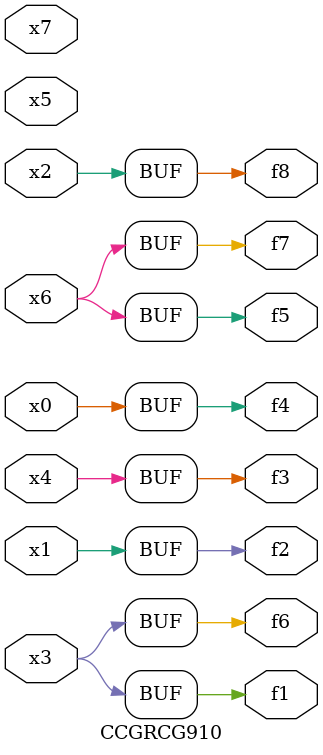
<source format=v>
module CCGRCG910(
	input x0, x1, x2, x3, x4, x5, x6, x7,
	output f1, f2, f3, f4, f5, f6, f7, f8
);
	assign f1 = x3;
	assign f2 = x1;
	assign f3 = x4;
	assign f4 = x0;
	assign f5 = x6;
	assign f6 = x3;
	assign f7 = x6;
	assign f8 = x2;
endmodule

</source>
